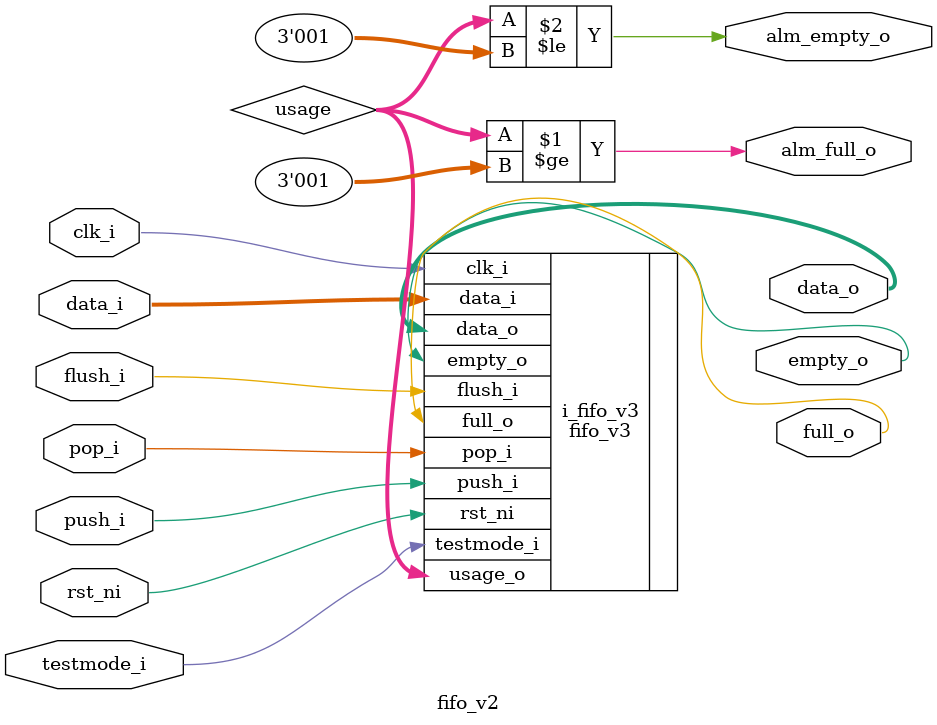
<source format=sv>


module fifo_v2 #(
    parameter bit          FALL_THROUGH = 1'b0, // fifo is in fall-through mode
    parameter int unsigned DATA_WIDTH   = 32,   // default data width if the fifo is of type logic
    parameter int unsigned DEPTH        = 8,    // depth can be arbitrary from 0 to 2**32
    parameter int unsigned ALM_EMPTY_TH = 1,    // almost empty threshold (when to assert alm_empty_o)
    parameter int unsigned ALM_FULL_TH  = 1,    // almost full threshold (when to assert alm_full_o)
    // parameter type dtype                = logic [DATA_WIDTH-1:0],
    // DO NOT OVERWRITE THIS PARAMETER
    parameter int unsigned ADDR_DEPTH   = (DEPTH > 1) ? $clog2(DEPTH) : 1
)(
    input  logic  clk_i,            // Clock
    input  logic  rst_ni,           // Asynchronous reset active low
    input  logic  flush_i,          // flush the queue
    input  logic  testmode_i,       // test_mode to bypass clock gating
    // status flags
    output logic  full_o,           // queue is full
    output logic  empty_o,          // queue is empty
    output logic  alm_full_o,       // FIFO fillstate >= the specified threshold
    output logic  alm_empty_o,      // FIFO fillstate <= the specified threshold
    // as long as the queue is not full we can push new data
    input  logic [DATA_WIDTH-1:0]  data_i,           // data to push into the queue
    input  logic  push_i,           // data is valid and can be pushed to the queue
    // as long as the queue is not empty we can pop new elements
    output logic [DATA_WIDTH-1:0]  data_o,           // output data
    input  logic  pop_i             // pop head from queue
);

    logic [ADDR_DEPTH-1:0] usage;

    // generate threshold parameters
    if (DEPTH == 0) begin
        assign alm_full_o  = 1'b0; // that signal does not make any sense in a FIFO of depth 0
        assign alm_empty_o = 1'b0; // that signal does not make any sense in a FIFO of depth 0
    end else begin
        assign alm_full_o   = (usage >= ALM_FULL_TH[ADDR_DEPTH-1:0]);
        assign alm_empty_o  = (usage <= ALM_EMPTY_TH[ADDR_DEPTH-1:0]);
    end

    fifo_v3 #(
        .FALL_THROUGH ( FALL_THROUGH ),
        .DATA_WIDTH   ( DATA_WIDTH   ),
        .DEPTH        ( DEPTH        )
        // .dtype        ( dtype        )
    ) i_fifo_v3 (
        .clk_i,
        .rst_ni,
        .flush_i,
        .testmode_i,
        .full_o,
        .empty_o,
        .usage_o (usage),
        .data_i,
        .push_i,
        .data_o,
        .pop_i
    );

    `ifndef SYNTHESIS
    `ifndef COMMON_CELLS_ASSERTS_OFF
        initial begin
            assert (ALM_FULL_TH <= DEPTH)  else $error("ALM_FULL_TH can't be larger than the DEPTH.");
            assert (ALM_EMPTY_TH <= DEPTH) else $error("ALM_EMPTY_TH can't be larger than the DEPTH.");
        end
    `endif
    `endif

endmodule // fifo_v2

</source>
